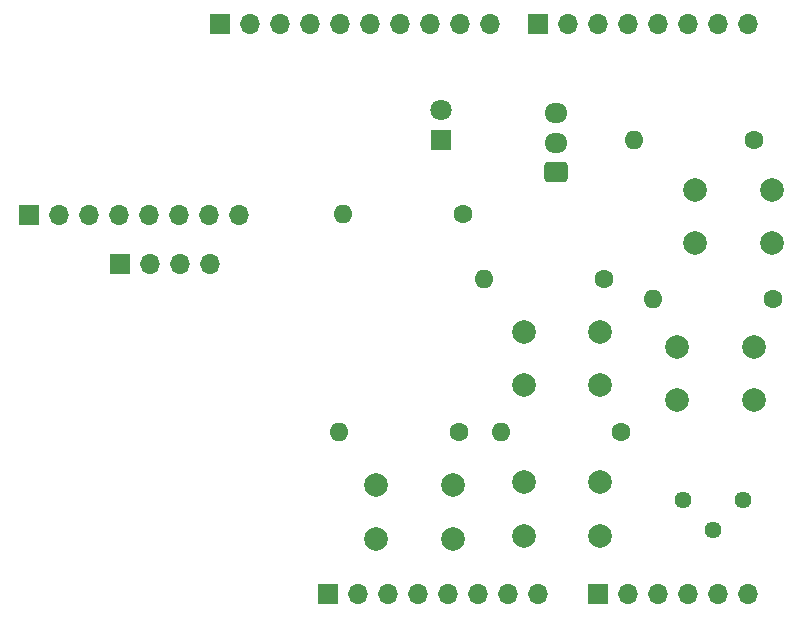
<source format=gbr>
%TF.GenerationSoftware,KiCad,Pcbnew,8.0.8*%
%TF.CreationDate,2025-02-03T18:15:26-07:00*%
%TF.ProjectId,Uno_Shield_ThermoPro,556e6f5f-5368-4696-956c-645f54686572,1.0*%
%TF.SameCoordinates,Original*%
%TF.FileFunction,Soldermask,Bot*%
%TF.FilePolarity,Negative*%
%FSLAX46Y46*%
G04 Gerber Fmt 4.6, Leading zero omitted, Abs format (unit mm)*
G04 Created by KiCad (PCBNEW 8.0.8) date 2025-02-03 18:15:26*
%MOMM*%
%LPD*%
G01*
G04 APERTURE LIST*
G04 Aperture macros list*
%AMRoundRect*
0 Rectangle with rounded corners*
0 $1 Rounding radius*
0 $2 $3 $4 $5 $6 $7 $8 $9 X,Y pos of 4 corners*
0 Add a 4 corners polygon primitive as box body*
4,1,4,$2,$3,$4,$5,$6,$7,$8,$9,$2,$3,0*
0 Add four circle primitives for the rounded corners*
1,1,$1+$1,$2,$3*
1,1,$1+$1,$4,$5*
1,1,$1+$1,$6,$7*
1,1,$1+$1,$8,$9*
0 Add four rect primitives between the rounded corners*
20,1,$1+$1,$2,$3,$4,$5,0*
20,1,$1+$1,$4,$5,$6,$7,0*
20,1,$1+$1,$6,$7,$8,$9,0*
20,1,$1+$1,$8,$9,$2,$3,0*%
G04 Aperture macros list end*
%ADD10R,1.700000X1.700000*%
%ADD11O,1.700000X1.700000*%
%ADD12C,2.000000*%
%ADD13R,1.800000X1.800000*%
%ADD14C,1.800000*%
%ADD15C,1.600000*%
%ADD16O,1.600000X1.600000*%
%ADD17RoundRect,0.250000X0.725000X-0.600000X0.725000X0.600000X-0.725000X0.600000X-0.725000X-0.600000X0*%
%ADD18O,1.950000X1.700000*%
%ADD19C,1.440000*%
G04 APERTURE END LIST*
D10*
%TO.C,J1*%
X127940000Y-97460000D03*
D11*
X130480000Y-97460000D03*
X133020000Y-97460000D03*
X135560000Y-97460000D03*
X138100000Y-97460000D03*
X140640000Y-97460000D03*
X143180000Y-97460000D03*
X145720000Y-97460000D03*
%TD*%
D10*
%TO.C,J3*%
X150800000Y-97460000D03*
D11*
X153340000Y-97460000D03*
X155880000Y-97460000D03*
X158420000Y-97460000D03*
X160960000Y-97460000D03*
X163500000Y-97460000D03*
%TD*%
D10*
%TO.C,J2*%
X118796000Y-49200000D03*
D11*
X121336000Y-49200000D03*
X123876000Y-49200000D03*
X126416000Y-49200000D03*
X128956000Y-49200000D03*
X131496000Y-49200000D03*
X134036000Y-49200000D03*
X136576000Y-49200000D03*
X139116000Y-49200000D03*
X141656000Y-49200000D03*
%TD*%
D10*
%TO.C,J4*%
X145720000Y-49200000D03*
D11*
X148260000Y-49200000D03*
X150800000Y-49200000D03*
X153340000Y-49200000D03*
X155880000Y-49200000D03*
X158420000Y-49200000D03*
X160960000Y-49200000D03*
X163500000Y-49200000D03*
%TD*%
D12*
%TO.C,SW4*%
X144500000Y-88000000D03*
X151000000Y-88000000D03*
X144500000Y-92500000D03*
X151000000Y-92500000D03*
%TD*%
D13*
%TO.C,D1*%
X137500000Y-59040000D03*
D14*
X137500000Y-56500000D03*
%TD*%
D12*
%TO.C,SW5*%
X132000000Y-88250000D03*
X138500000Y-88250000D03*
X132000000Y-92750000D03*
X138500000Y-92750000D03*
%TD*%
%TO.C,SW2*%
X157500000Y-76500000D03*
X164000000Y-76500000D03*
X157500000Y-81000000D03*
X164000000Y-81000000D03*
%TD*%
D15*
%TO.C,R4*%
X151330000Y-70750000D03*
D16*
X141170000Y-70750000D03*
%TD*%
D15*
%TO.C,R1*%
X139330000Y-65250000D03*
D16*
X129170000Y-65250000D03*
%TD*%
D12*
%TO.C,SW3*%
X144500000Y-75250000D03*
X151000000Y-75250000D03*
X144500000Y-79750000D03*
X151000000Y-79750000D03*
%TD*%
D10*
%TO.C,J6*%
X110350000Y-69510000D03*
D11*
X112890000Y-69510000D03*
X115430000Y-69510000D03*
X117970000Y-69510000D03*
%TD*%
D12*
%TO.C,SW1*%
X159000000Y-63250000D03*
X165500000Y-63250000D03*
X159000000Y-67750000D03*
X165500000Y-67750000D03*
%TD*%
D15*
%TO.C,R5*%
X152750000Y-83750000D03*
D16*
X142590000Y-83750000D03*
%TD*%
D17*
%TO.C,J7*%
X147250000Y-61750000D03*
D18*
X147250000Y-59250000D03*
X147250000Y-56750000D03*
%TD*%
D15*
%TO.C,R2*%
X164000000Y-59000000D03*
D16*
X153840000Y-59000000D03*
%TD*%
D19*
%TO.C,RV1*%
X157960000Y-89515000D03*
X160500000Y-92055000D03*
X163040000Y-89515000D03*
%TD*%
D10*
%TO.C,J5*%
X102630000Y-65380000D03*
D11*
X105170000Y-65380000D03*
X107710000Y-65380000D03*
X110250000Y-65380000D03*
X112790000Y-65380000D03*
X115330000Y-65380000D03*
X117870000Y-65380000D03*
X120410000Y-65380000D03*
%TD*%
D15*
%TO.C,R6*%
X139000000Y-83750000D03*
D16*
X128840000Y-83750000D03*
%TD*%
D15*
%TO.C,R3*%
X165580000Y-72500000D03*
D16*
X155420000Y-72500000D03*
%TD*%
M02*

</source>
